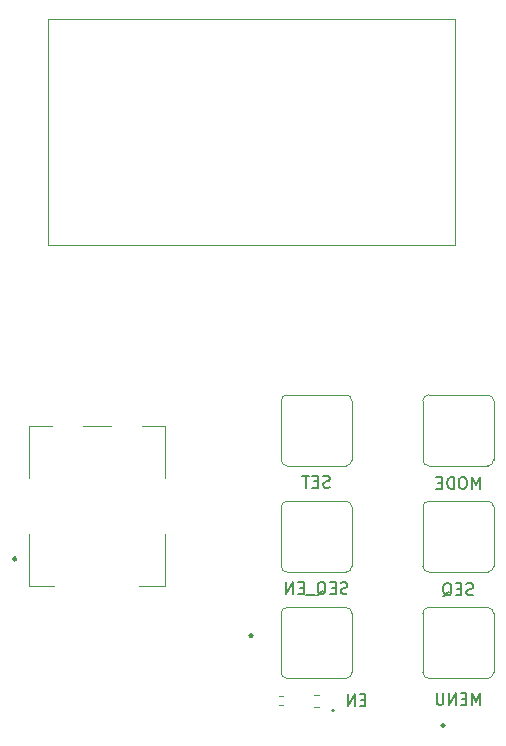
<source format=gbr>
%TF.GenerationSoftware,KiCad,Pcbnew,8.0.1*%
%TF.CreationDate,2024-04-03T11:04:11+02:00*%
%TF.ProjectId,dcload-interface-board,64636c6f-6164-42d6-996e-746572666163,rev?*%
%TF.SameCoordinates,Original*%
%TF.FileFunction,Legend,Bot*%
%TF.FilePolarity,Positive*%
%FSLAX46Y46*%
G04 Gerber Fmt 4.6, Leading zero omitted, Abs format (unit mm)*
G04 Created by KiCad (PCBNEW 8.0.1) date 2024-04-03 11:04:11*
%MOMM*%
%LPD*%
G01*
G04 APERTURE LIST*
%ADD10C,0.150000*%
%ADD11C,0.225000*%
%ADD12C,0.120000*%
G04 APERTURE END LIST*
D10*
X132119047Y-99407200D02*
X131976190Y-99454819D01*
X131976190Y-99454819D02*
X131738095Y-99454819D01*
X131738095Y-99454819D02*
X131642857Y-99407200D01*
X131642857Y-99407200D02*
X131595238Y-99359580D01*
X131595238Y-99359580D02*
X131547619Y-99264342D01*
X131547619Y-99264342D02*
X131547619Y-99169104D01*
X131547619Y-99169104D02*
X131595238Y-99073866D01*
X131595238Y-99073866D02*
X131642857Y-99026247D01*
X131642857Y-99026247D02*
X131738095Y-98978628D01*
X131738095Y-98978628D02*
X131928571Y-98931009D01*
X131928571Y-98931009D02*
X132023809Y-98883390D01*
X132023809Y-98883390D02*
X132071428Y-98835771D01*
X132071428Y-98835771D02*
X132119047Y-98740533D01*
X132119047Y-98740533D02*
X132119047Y-98645295D01*
X132119047Y-98645295D02*
X132071428Y-98550057D01*
X132071428Y-98550057D02*
X132023809Y-98502438D01*
X132023809Y-98502438D02*
X131928571Y-98454819D01*
X131928571Y-98454819D02*
X131690476Y-98454819D01*
X131690476Y-98454819D02*
X131547619Y-98502438D01*
X131119047Y-98931009D02*
X130785714Y-98931009D01*
X130642857Y-99454819D02*
X131119047Y-99454819D01*
X131119047Y-99454819D02*
X131119047Y-98454819D01*
X131119047Y-98454819D02*
X130642857Y-98454819D01*
X129547619Y-99550057D02*
X129642857Y-99502438D01*
X129642857Y-99502438D02*
X129738095Y-99407200D01*
X129738095Y-99407200D02*
X129880952Y-99264342D01*
X129880952Y-99264342D02*
X129976190Y-99216723D01*
X129976190Y-99216723D02*
X130071428Y-99216723D01*
X130023809Y-99454819D02*
X130119047Y-99407200D01*
X130119047Y-99407200D02*
X130214285Y-99311961D01*
X130214285Y-99311961D02*
X130261904Y-99121485D01*
X130261904Y-99121485D02*
X130261904Y-98788152D01*
X130261904Y-98788152D02*
X130214285Y-98597676D01*
X130214285Y-98597676D02*
X130119047Y-98502438D01*
X130119047Y-98502438D02*
X130023809Y-98454819D01*
X130023809Y-98454819D02*
X129833333Y-98454819D01*
X129833333Y-98454819D02*
X129738095Y-98502438D01*
X129738095Y-98502438D02*
X129642857Y-98597676D01*
X129642857Y-98597676D02*
X129595238Y-98788152D01*
X129595238Y-98788152D02*
X129595238Y-99121485D01*
X129595238Y-99121485D02*
X129642857Y-99311961D01*
X129642857Y-99311961D02*
X129738095Y-99407200D01*
X129738095Y-99407200D02*
X129833333Y-99454819D01*
X129833333Y-99454819D02*
X130023809Y-99454819D01*
X129404762Y-99550057D02*
X128642857Y-99550057D01*
X128404761Y-98931009D02*
X128071428Y-98931009D01*
X127928571Y-99454819D02*
X128404761Y-99454819D01*
X128404761Y-99454819D02*
X128404761Y-98454819D01*
X128404761Y-98454819D02*
X127928571Y-98454819D01*
X127499999Y-99454819D02*
X127499999Y-98454819D01*
X127499999Y-98454819D02*
X126928571Y-99454819D01*
X126928571Y-99454819D02*
X126928571Y-98454819D01*
X142761904Y-99507200D02*
X142619047Y-99554819D01*
X142619047Y-99554819D02*
X142380952Y-99554819D01*
X142380952Y-99554819D02*
X142285714Y-99507200D01*
X142285714Y-99507200D02*
X142238095Y-99459580D01*
X142238095Y-99459580D02*
X142190476Y-99364342D01*
X142190476Y-99364342D02*
X142190476Y-99269104D01*
X142190476Y-99269104D02*
X142238095Y-99173866D01*
X142238095Y-99173866D02*
X142285714Y-99126247D01*
X142285714Y-99126247D02*
X142380952Y-99078628D01*
X142380952Y-99078628D02*
X142571428Y-99031009D01*
X142571428Y-99031009D02*
X142666666Y-98983390D01*
X142666666Y-98983390D02*
X142714285Y-98935771D01*
X142714285Y-98935771D02*
X142761904Y-98840533D01*
X142761904Y-98840533D02*
X142761904Y-98745295D01*
X142761904Y-98745295D02*
X142714285Y-98650057D01*
X142714285Y-98650057D02*
X142666666Y-98602438D01*
X142666666Y-98602438D02*
X142571428Y-98554819D01*
X142571428Y-98554819D02*
X142333333Y-98554819D01*
X142333333Y-98554819D02*
X142190476Y-98602438D01*
X141761904Y-99031009D02*
X141428571Y-99031009D01*
X141285714Y-99554819D02*
X141761904Y-99554819D01*
X141761904Y-99554819D02*
X141761904Y-98554819D01*
X141761904Y-98554819D02*
X141285714Y-98554819D01*
X140190476Y-99650057D02*
X140285714Y-99602438D01*
X140285714Y-99602438D02*
X140380952Y-99507200D01*
X140380952Y-99507200D02*
X140523809Y-99364342D01*
X140523809Y-99364342D02*
X140619047Y-99316723D01*
X140619047Y-99316723D02*
X140714285Y-99316723D01*
X140666666Y-99554819D02*
X140761904Y-99507200D01*
X140761904Y-99507200D02*
X140857142Y-99411961D01*
X140857142Y-99411961D02*
X140904761Y-99221485D01*
X140904761Y-99221485D02*
X140904761Y-98888152D01*
X140904761Y-98888152D02*
X140857142Y-98697676D01*
X140857142Y-98697676D02*
X140761904Y-98602438D01*
X140761904Y-98602438D02*
X140666666Y-98554819D01*
X140666666Y-98554819D02*
X140476190Y-98554819D01*
X140476190Y-98554819D02*
X140380952Y-98602438D01*
X140380952Y-98602438D02*
X140285714Y-98697676D01*
X140285714Y-98697676D02*
X140238095Y-98888152D01*
X140238095Y-98888152D02*
X140238095Y-99221485D01*
X140238095Y-99221485D02*
X140285714Y-99411961D01*
X140285714Y-99411961D02*
X140380952Y-99507200D01*
X140380952Y-99507200D02*
X140476190Y-99554819D01*
X140476190Y-99554819D02*
X140666666Y-99554819D01*
D11*
X140312500Y-110600000D02*
G75*
G02*
X140087500Y-110600000I-112500J0D01*
G01*
X140087500Y-110600000D02*
G75*
G02*
X140312500Y-110600000I112500J0D01*
G01*
X104062500Y-96500000D02*
G75*
G02*
X103837500Y-96500000I-112500J0D01*
G01*
X103837500Y-96500000D02*
G75*
G02*
X104062500Y-96500000I112500J0D01*
G01*
X124062500Y-103000000D02*
G75*
G02*
X123837500Y-103000000I-112500J0D01*
G01*
X123837500Y-103000000D02*
G75*
G02*
X124062500Y-103000000I112500J0D01*
G01*
D10*
X143309523Y-90554819D02*
X143309523Y-89554819D01*
X143309523Y-89554819D02*
X142976190Y-90269104D01*
X142976190Y-90269104D02*
X142642857Y-89554819D01*
X142642857Y-89554819D02*
X142642857Y-90554819D01*
X141976190Y-89554819D02*
X141785714Y-89554819D01*
X141785714Y-89554819D02*
X141690476Y-89602438D01*
X141690476Y-89602438D02*
X141595238Y-89697676D01*
X141595238Y-89697676D02*
X141547619Y-89888152D01*
X141547619Y-89888152D02*
X141547619Y-90221485D01*
X141547619Y-90221485D02*
X141595238Y-90411961D01*
X141595238Y-90411961D02*
X141690476Y-90507200D01*
X141690476Y-90507200D02*
X141785714Y-90554819D01*
X141785714Y-90554819D02*
X141976190Y-90554819D01*
X141976190Y-90554819D02*
X142071428Y-90507200D01*
X142071428Y-90507200D02*
X142166666Y-90411961D01*
X142166666Y-90411961D02*
X142214285Y-90221485D01*
X142214285Y-90221485D02*
X142214285Y-89888152D01*
X142214285Y-89888152D02*
X142166666Y-89697676D01*
X142166666Y-89697676D02*
X142071428Y-89602438D01*
X142071428Y-89602438D02*
X141976190Y-89554819D01*
X141119047Y-90554819D02*
X141119047Y-89554819D01*
X141119047Y-89554819D02*
X140880952Y-89554819D01*
X140880952Y-89554819D02*
X140738095Y-89602438D01*
X140738095Y-89602438D02*
X140642857Y-89697676D01*
X140642857Y-89697676D02*
X140595238Y-89792914D01*
X140595238Y-89792914D02*
X140547619Y-89983390D01*
X140547619Y-89983390D02*
X140547619Y-90126247D01*
X140547619Y-90126247D02*
X140595238Y-90316723D01*
X140595238Y-90316723D02*
X140642857Y-90411961D01*
X140642857Y-90411961D02*
X140738095Y-90507200D01*
X140738095Y-90507200D02*
X140880952Y-90554819D01*
X140880952Y-90554819D02*
X141119047Y-90554819D01*
X140119047Y-90031009D02*
X139785714Y-90031009D01*
X139642857Y-90554819D02*
X140119047Y-90554819D01*
X140119047Y-90554819D02*
X140119047Y-89554819D01*
X140119047Y-89554819D02*
X139642857Y-89554819D01*
X130619047Y-90407200D02*
X130476190Y-90454819D01*
X130476190Y-90454819D02*
X130238095Y-90454819D01*
X130238095Y-90454819D02*
X130142857Y-90407200D01*
X130142857Y-90407200D02*
X130095238Y-90359580D01*
X130095238Y-90359580D02*
X130047619Y-90264342D01*
X130047619Y-90264342D02*
X130047619Y-90169104D01*
X130047619Y-90169104D02*
X130095238Y-90073866D01*
X130095238Y-90073866D02*
X130142857Y-90026247D01*
X130142857Y-90026247D02*
X130238095Y-89978628D01*
X130238095Y-89978628D02*
X130428571Y-89931009D01*
X130428571Y-89931009D02*
X130523809Y-89883390D01*
X130523809Y-89883390D02*
X130571428Y-89835771D01*
X130571428Y-89835771D02*
X130619047Y-89740533D01*
X130619047Y-89740533D02*
X130619047Y-89645295D01*
X130619047Y-89645295D02*
X130571428Y-89550057D01*
X130571428Y-89550057D02*
X130523809Y-89502438D01*
X130523809Y-89502438D02*
X130428571Y-89454819D01*
X130428571Y-89454819D02*
X130190476Y-89454819D01*
X130190476Y-89454819D02*
X130047619Y-89502438D01*
X129619047Y-89931009D02*
X129285714Y-89931009D01*
X129142857Y-90454819D02*
X129619047Y-90454819D01*
X129619047Y-90454819D02*
X129619047Y-89454819D01*
X129619047Y-89454819D02*
X129142857Y-89454819D01*
X128857142Y-89454819D02*
X128285714Y-89454819D01*
X128571428Y-90454819D02*
X128571428Y-89454819D01*
X133638094Y-108431009D02*
X133304761Y-108431009D01*
X133161904Y-108954819D02*
X133638094Y-108954819D01*
X133638094Y-108954819D02*
X133638094Y-107954819D01*
X133638094Y-107954819D02*
X133161904Y-107954819D01*
X132733332Y-108954819D02*
X132733332Y-107954819D01*
X132733332Y-107954819D02*
X132161904Y-108954819D01*
X132161904Y-108954819D02*
X132161904Y-107954819D01*
X143333332Y-108854819D02*
X143333332Y-107854819D01*
X143333332Y-107854819D02*
X142999999Y-108569104D01*
X142999999Y-108569104D02*
X142666666Y-107854819D01*
X142666666Y-107854819D02*
X142666666Y-108854819D01*
X142190475Y-108331009D02*
X141857142Y-108331009D01*
X141714285Y-108854819D02*
X142190475Y-108854819D01*
X142190475Y-108854819D02*
X142190475Y-107854819D01*
X142190475Y-107854819D02*
X141714285Y-107854819D01*
X141285713Y-108854819D02*
X141285713Y-107854819D01*
X141285713Y-107854819D02*
X140714285Y-108854819D01*
X140714285Y-108854819D02*
X140714285Y-107854819D01*
X140238094Y-107854819D02*
X140238094Y-108664342D01*
X140238094Y-108664342D02*
X140190475Y-108759580D01*
X140190475Y-108759580D02*
X140142856Y-108807200D01*
X140142856Y-108807200D02*
X140047618Y-108854819D01*
X140047618Y-108854819D02*
X139857142Y-108854819D01*
X139857142Y-108854819D02*
X139761904Y-108807200D01*
X139761904Y-108807200D02*
X139714285Y-108759580D01*
X139714285Y-108759580D02*
X139666666Y-108664342D01*
X139666666Y-108664342D02*
X139666666Y-107854819D01*
%TO.C,U300*%
D12*
X106750000Y-50750000D02*
X141250000Y-50750000D01*
X141250000Y-69950000D01*
X106750000Y-69950000D01*
X106750000Y-50750000D01*
%TO.C,SW506*%
X116650000Y-94400000D02*
X116650000Y-98750000D01*
X109700000Y-85250000D02*
X112100000Y-85250000D01*
X116650000Y-85250000D02*
X114700000Y-85250000D01*
X105150000Y-85250000D02*
X107100000Y-85250000D01*
X116650000Y-85250000D02*
X116650000Y-89600000D01*
X105150000Y-98750000D02*
X105150000Y-94400000D01*
X107300000Y-98750000D02*
X105150000Y-98750000D01*
X116650000Y-98750000D02*
X114500000Y-98750000D01*
X105150000Y-85250000D02*
X105150000Y-89600000D01*
%TO.C,SW504*%
X139000000Y-100600000D02*
X144000000Y-100600000D01*
X144500000Y-101100000D02*
X144500000Y-106100000D01*
X139000000Y-106600000D02*
X144000000Y-106600000D01*
X138500000Y-101100000D02*
X138500000Y-106100000D01*
X138500000Y-101100000D02*
G75*
G02*
X139000000Y-100600000I500001J-1D01*
G01*
X139000000Y-106600000D02*
G75*
G02*
X138500000Y-106100000I0J500000D01*
G01*
X144000000Y-100600000D02*
G75*
G02*
X144500000Y-101100000I-1J-500001D01*
G01*
X144500000Y-106100000D02*
G75*
G02*
X144000000Y-106600000I-500000J0D01*
G01*
%TO.C,D500*%
X129737258Y-109000000D02*
X129262742Y-109000000D01*
X129737258Y-108000000D02*
X129262742Y-108000000D01*
D10*
X130975000Y-109300000D02*
G75*
G02*
X130825000Y-109300000I-75000J0D01*
G01*
X130825000Y-109300000D02*
G75*
G02*
X130975000Y-109300000I75000J0D01*
G01*
D12*
%TO.C,SW500*%
X144500000Y-88100000D02*
X144500000Y-83100000D01*
X138500000Y-88100000D02*
X138500000Y-83100000D01*
X144000000Y-82600000D02*
X139000000Y-82600000D01*
X144000000Y-88600000D02*
X139000000Y-88600000D01*
X144500000Y-88100000D02*
G75*
G02*
X144000000Y-88600000I-500001J1D01*
G01*
X138500000Y-83100000D02*
G75*
G02*
X139000000Y-82600000I500000J0D01*
G01*
X144000000Y-82600000D02*
G75*
G02*
X144500000Y-83100000I0J-500000D01*
G01*
X139000000Y-88600000D02*
G75*
G02*
X138500000Y-88100000I1J500001D01*
G01*
%TO.C,SW503*%
X132000000Y-91600000D02*
X127000000Y-91600000D01*
X132500000Y-97100000D02*
X132500000Y-92100000D01*
X132000000Y-97600000D02*
X127000000Y-97600000D01*
X126500000Y-97100000D02*
X126500000Y-92100000D01*
X126500000Y-92100000D02*
G75*
G02*
X127000000Y-91600000I500000J0D01*
G01*
X127000000Y-97600000D02*
G75*
G02*
X126500000Y-97100000I1J500001D01*
G01*
X132000000Y-91600000D02*
G75*
G02*
X132500000Y-92100000I0J-500000D01*
G01*
X132500000Y-97100000D02*
G75*
G02*
X132000000Y-97600000I-500001J1D01*
G01*
%TO.C,SW502*%
X138500000Y-97100000D02*
X138500000Y-92100000D01*
X144500000Y-97100000D02*
X144500000Y-92100000D01*
X144000000Y-97600000D02*
X139000000Y-97600000D01*
X144000000Y-91600000D02*
X139000000Y-91600000D01*
X144000000Y-91600000D02*
G75*
G02*
X144500000Y-92100000I0J-500000D01*
G01*
X144500000Y-97100000D02*
G75*
G02*
X144000000Y-97600000I-500001J1D01*
G01*
X138500000Y-92100000D02*
G75*
G02*
X139000000Y-91600000I500000J0D01*
G01*
X139000000Y-97600000D02*
G75*
G02*
X138500000Y-97100000I1J500001D01*
G01*
%TO.C,SW505*%
X127000000Y-100600000D02*
X132000000Y-100600000D01*
X132500000Y-101100000D02*
X132500000Y-106100000D01*
X127000000Y-106600000D02*
X132000000Y-106600000D01*
X126500000Y-101100000D02*
X126500000Y-106100000D01*
X132000000Y-100600000D02*
G75*
G02*
X132500000Y-101100000I-1J-500001D01*
G01*
X126500000Y-101100000D02*
G75*
G02*
X127000000Y-100600000I500001J-1D01*
G01*
X127000000Y-106600000D02*
G75*
G02*
X126500000Y-106100000I0J500000D01*
G01*
X132500000Y-106100000D02*
G75*
G02*
X132000000Y-106600000I-500000J0D01*
G01*
%TO.C,SW501*%
X132500000Y-88100000D02*
X132500000Y-83100000D01*
X132000000Y-82600000D02*
X127000000Y-82600000D01*
X132000000Y-88600000D02*
X127000000Y-88600000D01*
X126500000Y-88100000D02*
X126500000Y-83100000D01*
X132000000Y-82600000D02*
G75*
G02*
X132500000Y-83100000I0J-500000D01*
G01*
X132500000Y-88100000D02*
G75*
G02*
X132000000Y-88600000I-500001J1D01*
G01*
X126500000Y-83100000D02*
G75*
G02*
X127000000Y-82600000I500000J0D01*
G01*
X127000000Y-88600000D02*
G75*
G02*
X126500000Y-88100000I1J500001D01*
G01*
%TO.C,R505*%
X126346359Y-108880000D02*
X126653641Y-108880000D01*
X126346359Y-108120000D02*
X126653641Y-108120000D01*
%TD*%
M02*

</source>
